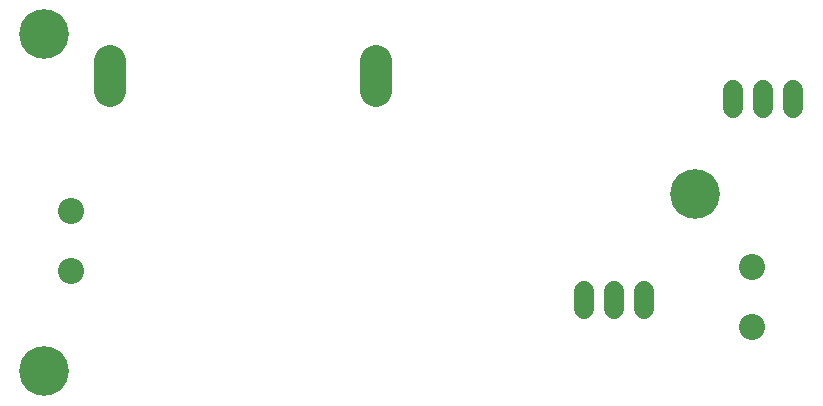
<source format=gbr>
G04 EAGLE Gerber RS-274X export*
G75*
%MOMM*%
%FSLAX34Y34*%
%LPD*%
%INSoldermask Bottom*%
%IPPOS*%
%AMOC8*
5,1,8,0,0,1.08239X$1,22.5*%
G01*
%ADD10C,4.203200*%
%ADD11C,2.203200*%
%ADD12C,1.727200*%
%ADD13C,1.711200*%
%ADD14C,2.743200*%


D10*
X31750Y316865D03*
X582930Y181610D03*
X31750Y31110D03*
D11*
X54360Y166586D03*
X54360Y115786D03*
D12*
X665480Y254000D02*
X665480Y269240D01*
X640080Y269240D02*
X640080Y254000D01*
X614680Y254000D02*
X614680Y269240D01*
D11*
X630810Y69009D03*
X630810Y119809D03*
D13*
X539115Y98980D02*
X539115Y83900D01*
X513715Y83900D02*
X513715Y98980D01*
X488315Y98980D02*
X488315Y83900D01*
D14*
X87503Y268605D02*
X87503Y294005D01*
X312547Y294005D02*
X312547Y268605D01*
M02*

</source>
